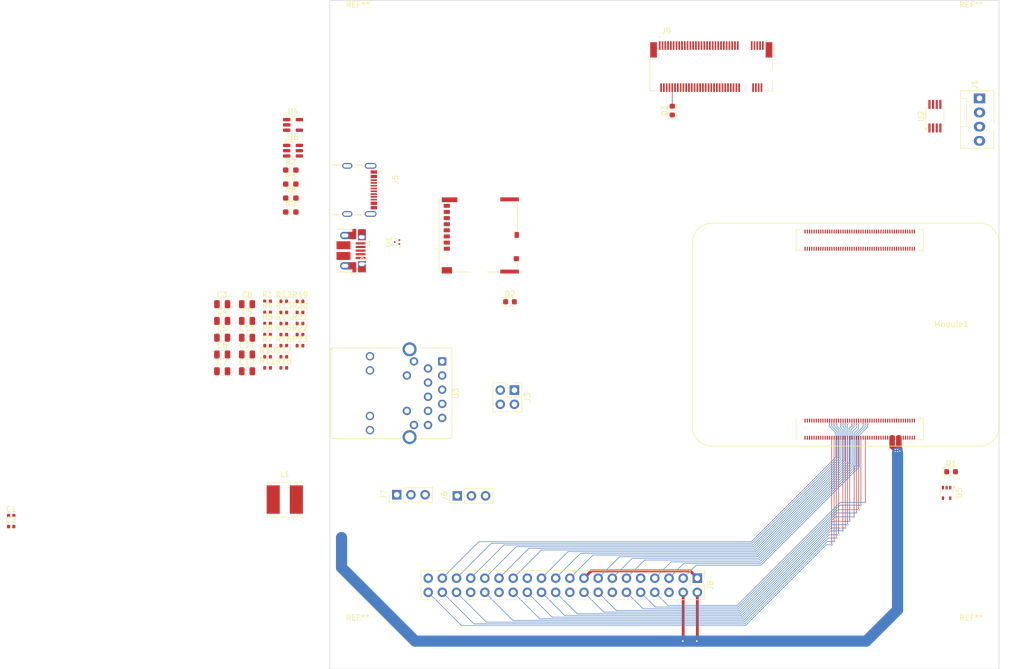
<source format=kicad_pcb>
(kicad_pcb (version 20240108) (generator "pcbnew") (generator_version "8.0")
  (title_block (title "V1 - CM4 Board") (date "2024-11-07") (rev "V0.1") (company "Rapid Analysis") (comment 1 "Author: Asad Imran"))
  (layers (0 "F.Cu" signal) (31 "B.Cu" signal) (34 "B.Paste" user) (35 "F.Paste" user) (36 "B.SilkS" user "B.Silkscreen") (37 "F.SilkS" user "F.Silkscreen") (38 "B.Mask" user) (39 "F.Mask" user) (44 "Edge.Cuts" user))
  (net 0 "")
  (net 1 "GND")
  (net 2 "/RUN_PG")
  (net 3 "/CM4_3V3")
  (net 4 "/SD_DAT1")
  (net 5 "/SD_CLK")
  (net 6 "/SD_DAT0")
  (net 7 "/SD_DAT2")
  (net 8 "/SD_CMD")
  (net 9 "/SD_DAT3")
  (net 10 "/SD_PWR")
  (net 11 "Net-(D1-K)")
  (net 12 "Net-(D2-K)")
  (net 13 "Net-(C2-Pad1)")
  (net 14 "Net-(C4-Pad1)")
  (net 15 "/AnalogIP1")
  (net 16 "/AnalogIP0")
  (net 17 "Net-(U6-SW)")
  (net 18 "/Global_EN")
  (net 19 "/CM4_5V")
  (net 20 "/USB2_P")
  (net 21 "/BT_nDisable")
  (net 22 "/USB_OTG_ID")
  (net 23 "/GPIO19")
  (net 24 "/GPIO11")
  (net 25 "/GPIO7")
  (net 26 "/GPIO15")
  (net 27 "/GPIO26")
  (net 28 "/GPIO14")
  (net 29 "/nRPIBOOT")
  (net 30 "/GPIO18")
  (net 31 "/nPI_LED_PWR")
  (net 32 "/GPIO17")
  (net 33 "/GPIO16")
  (net 34 "/GPIO22")
  (net 35 "/GPIO24")
  (net 36 "/USB2_N")
  (net 37 "/WiFi_nDisable")
  (net 38 "/GPIO23")
  (net 39 "/GPIO9")
  (net 40 "/GPIO10")
  (net 41 "/GPIO8")
  (net 42 "/EEPROM_nWP")
  (net 43 "/GPIO12")
  (net 44 "/ID_SD")
  (net 45 "/ID_SC")
  (net 46 "/GPIO27")
  (net 47 "/GPIO13")
  (net 48 "/GPIO20")
  (net 49 "/GPIO4")
  (net 50 "/GPIO6")
  (net 51 "/GPIO25")
  (net 52 "/GPIO5")
  (net 53 "/GPIO21")
  (net 54 "/GPIO2")
  (net 55 "/SD_PWR_ON")
  (net 56 "/Reserved")
  (net 57 "/GPIO3")
  (net 58 "/SCL0")
  (net 59 "/SD_VDD_Override")
  (net 60 "/SDA0")
  (net 61 "Net-(C5-Pad2)")
  (net 62 "/PWR_3V3")
  (net 63 "/LED1")
  (net 64 "Net-(J1-Pin_4)")
  (net 65 "Net-(J1-Pin_3)")
  (net 67 "Net-(J2-VBUS)")
  (net 68 "/TR0_TAP")
  (net 69 "/TR2_TAP")
  (net 70 "/TR3_TAP")
  (net 71 "/TR1_TAP")
  (net 72 "Net-(J4-DET_A)")
  (net 73 "/ETH_LEDG")
  (net 74 "/ETH_LEDY")
  (net 75 "Net-(J4-DET_B)")
  (net 76 "/TRD2_N")
  (net 77 "/TRD3_P")
  (net 78 "/TRD3_N")
  (net 79 "/TRD0_N")
  (net 80 "/TRD2_P")
  (net 81 "/TRD1_P")
  (net 82 "/TRD1_N")
  (net 86 "Net-(J5-CC2)")
  (net 87 "Net-(J5-CC1)")
  (net 91 "Net-(J7-Pin_1)")
  (net 110 "/TRD0_P")
  (net 160 "/PCIe_TX_P")
  (net 173 "/PCIe_RX_N")
  (net 177 "/PCIe_CLK_P")
  (net 180 "/PCIe_nRST")
  (net 194 "/PCIe_CLK_nREQ")
  (net 195 "/PCIe_CLK_N")
  (net 196 "/PCIe_RX_P")
  (net 199 "/PCIe_TX_N")
  (net 203 "/PI_nLED_Activity")
  (net 206 "Net-(U3-LEDG_K)")
  (net 207 "Net-(U3-LEDY_K)")
  (net 208 "Net-(R13-Pad2)")
  (net 209 "Net-(U6-BST)")
  (net 210 "Net-(U6-EN)")
  (net 211 "Net-(U6-FB)")
  (footprint "USB4105-GF-A:GCT_USB4105-GF-A" (layer "F.Cu") (at 93.1375 74.0225 -90)
    (property "Reference" "J5")
    (property "Value" "USB4105-GF-A")
  )
  (footprint "Resistor_SMD:R_0402_1005Metric" (layer "F.Cu") (at 84.655 99.99)
    (property "Reference" "R22")
    (property "Value" "20k")
  )
  (footprint "Package_TO_SOT_SMD:Texas_DRT-3" (layer "F.Cu") (at 102.05 83.375 90)
    (property "Reference" "U1")
    (property "Value" "TPD2EUSB30")
  )
  (footprint "Package_TO_SOT_SMD:SOT-353_SC-70-5" (layer "F.Cu") (at 200.6 128.4 -90)
    (property "Reference" "U5")
    (property "Value" "74LVC1G07SE-7")
  )
  (footprint "Resistor_SMD:R_0402_1005Metric" (layer "F.Cu") (at 84.655 98)
    (property "Reference" "R21")
    (property "Value" "100k")
  )
  (footprint "Capacitor_SMD:C_0805_2012Metric" (layer "F.Cu") (at 70.705 94.53)
    (property "Reference" "C3")
    (property "Value" "10u")
  )
  (footprint "Resistor_SMD:R_0402_1005Metric" (layer "F.Cu") (at 78.835 96.01)
    (property "Reference" "R4")
    (property "Value" "470R")
  )
  (footprint "Resistor_SMD:R_0402_1005Metric" (layer "F.Cu") (at 78.835 99.99)
    (property "Reference" "R6")
    (property "Value" "NC")
  )
  (footprint "Capacitor_SMD:C_0805_2012Metric" (layer "F.Cu") (at 70.705 97.54)
    (property "Reference" "C4")
    (property "Value" "1u")
  )
  (footprint "Resistor_SMD:R_0402_1005Metric" (layer "F.Cu") (at 78.835 105.96)
    (property "Reference" "R11")
    (property "Value" "NC")
  )
  (footprint "Resistor_SMD:R_0402_1005Metric" (layer "F.Cu") (at 84.655 94.02)
    (property "Reference" "R19")
    (property "Value" "10")
  )
  (footprint "Resistor_SMD:R_0603_1608Metric_Pad0.98x0.95mm_HandSolder" (layer "F.Cu") (at 83.005 70.47)
    (property "Reference" "R2")
    (property "Value" "2.2K 1%")
  )
  (footprint "Package_TO_SOT_SMD:SOT-23-5" (layer "F.Cu") (at 83.405 62.365)
    (property "Reference" "U4")
    (property "Value" "RT9742GGJ5")
  )
  (footprint "Capacitor_SMD:C_0805_2012Metric" (layer "F.Cu") (at 70.705 106.57)
    (property "Reference" "C7")
    (property "Value" "0.1u")
  )
  (footprint "Resistor_SMD:R_0402_1005Metric" (layer "F.Cu") (at 78.835 101.98)
    (property "Reference" "R7")
    (property "Value" "NC")
  )
  (footprint "LED_SMD:LED_0603_1608Metric" (layer "F.Cu") (at 151.4 59.8 90)
    (property "Reference" "D3")
    (property "Value" "LED Red")
  )
  (footprint "Package_SO:MSOP-8_3x3mm_P0.65mm" (layer "F.Cu") (at 198.5 60.8 90)
    (property "Reference" "U2")
    (property "Value" "EMC2301-1-ACZL-TR")
  )
  (footprint "Resistor_SMD:R_0402_1005Metric" (layer "F.Cu") (at 81.745 101.98)
    (property "Reference" "R16")
    (property "Value" "NC")
  )
  (footprint "CM4IO:SDCARD_MOLEX_503398-1892" (layer "F.Cu") (at 116.6 82.2 90)
    (property "Reference" "J4")
    (property "Value" "Micro_SD_Card_Det")
  )
  (footprint "Capacitor_SMD:C_0805_2012Metric" (layer "F.Cu") (at 75.155 94.53)
    (property "Reference" "C8")
    (property "Value" "1u")
  )
  (footprint "Connector_PinHeader_2.54mm:PinHeader_1x03_P2.54mm_Vertical" (layer "F.Cu") (at 102.005 128.725 90)
    (property "Reference" "J7")
    (property "Value" "Conn_01x03")
  )
  (footprint "Connector_PinHeader_2.54mm:PinHeader_2x20_P2.54mm_Vertical" (layer "F.Cu") (at 155.9 143.7 -90)
    (property "Reference" "J8")
    (property "Value" "THD-20-R")
  )
  (footprint "Resistor_SMD:R_0603_1608Metric_Pad0.98x0.95mm_HandSolder" (layer "F.Cu") (at 83.005 75.49)
    (property "Reference" "R8")
    (property "Value" "5.1k")
  )
  (footprint "Resistor_SMD:R_0603_1608Metric_Pad0.98x0.95mm_HandSolder" (layer "F.Cu") (at 83.005 78)
    (property "Reference" "R9")
    (property "Value" "5.1k")
  )
  (footprint "Connector_PinHeader_2.54mm:PinHeader_1x03_P2.54mm_Vertical" (layer "F.Cu") (at 112.85 128.925 90)
    (property "Reference" "J6")
    (property "Value" "Conn_01x03")
  )
  (footprint "Resistor_SMD:R_0402_1005Metric" (layer "F.Cu") (at 84.655 96.01)
    (property "Reference" "R20")
    (property "Value" "40.2k")
  )
  (footprint "Capacitor_SMD:C_0402_1005Metric" (layer "F.Cu") (at 32.865 134.44)
    (property "Reference" "C2")
    (property "Value" "100n")
  )
  (footprint "MountingHole:MountingHole_3.2mm_M3" (layer "F.Cu") (at 95 155)
    (property "Reference" "REF**")
    (property "Value" "MountingHole_3.2mm_M3")
  )
  (footprint "LED_SMD:LED_0603_1608Metric" (layer "F.Cu") (at 122.3 94.1)
    (property "Reference" "D2")
    (property "Value" "LED Green")
  )
  (footprint "Resistor_SMD:R_0402_1005Metric" (layer "F.Cu") (at 81.745 96.01)
    (property "Reference" "R13")
    (property "Value" "1k")
  )
  (footprint "Resistor_SMD:R_0402_1005Metric" (layer "F.Cu") (at 84.655 101.98)
    (property "Reference" "R23")
    (property "Value" "13k")
  )
  (footprint "Resistor_SMD:R_0402_1005Metric" (layer "F.Cu") (at 78.835 103.97)
    (property "Reference" "R10")
    (property "Value" "12K 1%")
  )
  (footprint "Resistor_SMD:R_0402_1005Metric" (layer "F.Cu") (at 81.745 99.99)
    (property "Reference" "R15")
    (property "Value" "1k")
  )
  (footprint "Capacitor_SMD:C_0805_2012Metric" (layer "F.Cu") (at 75.155 100.55)
    (property "Reference" "C10")
    (property "Value" "10u")
  )
  (footprint "Capacitor_SMD:C_0805_2012Metric" (layer "F.Cu") (at 75.155 106.57)
    (property "Reference" "C12")
    (property "Value" "10u")
  )
  (footprint "Resistor_SMD:R_0402_1005Metric" (layer "F.Cu") (at 78.835 94.02)
    (property "Reference" "R1")
    (property "Value" "36K 1%")
  )
  (footprint "Capacitor_SMD:C_0805_2012Metric" (layer "F.Cu") (at 75.155 103.56)
    (property "Reference" "C11")
    (property "Value" "0.1u")
  )
  (footprint "Connector_PinHeader_2.54mm:PinHeader_2x02_P2.54mm_Vertical" (layer "F.Cu") (at 123.1 109.96 -90)
    (property "Reference" "J3")
    (property "Value" "THD-02-R")
  )
  (footprint "Resistor_SMD:R_0402_1005Metric" (layer "F.Cu") (at 78.835 98)
    (property "Reference" "R5")
    (property "Value" "470R")
  )
  (footprint "CM4IO:USB_Micro-B_EDAC_UCON00686" (layer "F.Cu") (at 92.7 84.925 -90)
    (property "Reference" "J2")
    (property "Value" "USB_OTG")
  )
  (footprint "Capacitor_SMD:C_0805_2012Metric" (layer "F.Cu") (at 70.705 100.55)
    (property "Reference" "C5")
    (property "Value" "13p")
  )
  (footprint "Resistor_SMD:R_0402_1005Metric" (layer "F.Cu") (at 81.745 103.97)
    (property "Reference" "R17")
    (property "Value" "NC")
  )
  (footprint "LED_SMD:LED_0603_1608Metric" (layer "F.Cu") (at 201.4 124.6)
    (property "Reference" "D1")
    (property "Value" "LED Red")
  )
  (footprint "Resistor_SMD:R_0603_1608Metric_Pad0.98x0.95mm_HandSolder" (layer "F.Cu") (at 83.005 72.98)
    (property "Reference" "R3")
    (property "Value" "2.2K 1%")
  )
  (footprint "Inductor_SMD:L_Bourns_SRN6045TA" (layer "F.Cu") (at 81.925 129.6)
    (property "Reference" "L1")
    (property "Value" "SRN6045TA-4R7Y")
  )
  (footprint "CM4IO:Raspberry-Pi-4-Compute-Module" (layer "F.Cu") (at 210 120 90)
    (property "Reference" "Module1")
    (property "Value" "ComputeModule4-CM4")
  )
  (footprint "MountingHole:MountingHole_3.2mm_M3" (layer "F.Cu") (at 205 155)
    (property "Reference" "REF**")
    (property "Value" "MountingHole_3.2mm_M3")
  )
  (footprint "CM4IO:TRJG0926HENL" (layer "F.Cu") (at 101.26 110.51 -90)
    (property "Reference" "U3")
    (property "Value" "MagJack-A70-112-331N126")
  )
  (footprint "Package_TO_SOT_SMD:TSOT-23-6" (layer "F.Cu") (at 83.405 66.99)
    (property "Reference" "U6")
    (property "Value" "MP1470")
  )
  (footprint "Capacitor_SMD:C_0805_2012Metric" (layer "F.Cu") (at 75.155 97.54)
    (property "Reference" "C9")
    (property "Value" "10p")
  )
  (footprint "Resistor_SMD:R_0402_1005Metric" (layer "F.Cu") (at 81.745 105.96)
    (property "Reference" "R18")
    (property "Value" "NC")
  )
  (footprint "Capacitor_SMD:C_0402_1005Metric" (layer "F.Cu") (at 32.865 132.47)
    (property "Reference" "C1")
    (property "Value" "100n")
  )
  (footprint "Capacitor_SMD:C_0805_2012Metric" (layer "F.Cu") (at 70.705 103.56)
    (property "Reference" "C6")
    (property "Value" "10u")
  )
  (footprint "Resistor_SMD:R_0402_1005Metric" (layer "F.Cu") (at 81.745 98)
    (property "Reference" "R14")
    (property "Value" "NC")
  )
  (footprint "Resistor_SMD:R_0402_1005Metric" (layer "F.Cu") (at 81.745 94.02)
    (property "Reference" "R12")
    (property "Value" "1k")
  )
  (footprint "MountingHole:MountingHole_3.2mm_M3" (layer "F.Cu") (at 205 45)
    (property "Reference" "REF**")
    (property "Value" "MountingHole_3.2mm_M3")
  )
  (footprint "MDT320M03001:AMPHENOL_MDT320M03001" (layer "F.Cu") (at 158.4 53.4)
    (property "Reference" "J9")
    (property "Value" "MDT320M03001")
  )
  (footprint "Connector:FanPinHeader_1x04_P2.54mm_Vertical" (layer "F.Cu") (at 206.5 57.6 -90)
    (property "Reference" "J1")
    (property "Value" "Molex 470531000")
  )
  (footprint "MountingHole:MountingHole_3.2mm_M3" (layer "F.Cu") (at 95 45)
    (property "Reference" "REF**")
    (property "Value" "MountingHole_3.2mm_M3")
  )
  (gr_rect (start 90 40) (end 210 160) (stroke (width 0.1)) (fill none) (layer "Edge.Cuts"))
  (segment (start 136.88 142.4) (end 135.58 143.7) (width 0.5) (layer "F.Cu") (net 3))
  (segment (start 155.9 143.7) (end 154.6 142.4) (width 0.5) (layer "F.Cu") (net 3))
  (segment (start 154.6 142.4) (end 136.88 142.4) (width 0.5) (layer "F.Cu") (net 3))
  (segment (start 192.025126 120.425126) (end 192.025126 118.5) (width 1) (layer "F.Cu") (net 19))
  (segment (start 153.36 154.94) (end 153.3 155) (width 0.5) (layer "F.Cu") (net 19))
  (segment (start 191.4 120.6) (end 191.4 121) (width 1) (layer "F.Cu") (net 19))
  (segment (start 191.8 121) (end 191.8 121) (width 1) (layer "F.Cu") (net 19))
  (segment (start 155.9 146.24) (end 155.9 154.9) (width 0.5) (layer "F.Cu") (net 19))
  (segment (start 190.825126 118.5) (end 190.825126 120.025126) (width 1) (layer "F.Cu") (net 19))
  (segment (start 192.025126 120.774874) (end 192.2 120.6) (width 1) (layer "F.Cu") (net 19))
  (segment (start 153.36 146.24) (end 153.36 154.94) (width 0.5) (layer "F.Cu") (net 19))
  (segment (start 192.2 120.6) (end 191.8 120.6) (width 1) (layer "F.Cu") (net 19))
  (segment (start 191.8 121) (end 191.8 121) (width 1) (layer "F.Cu") (net 19))
  (segment (start 191.8 120.6) (end 191.8 121) (width 1) (layer "F.Cu") (net 19))
  (segment (start 191.4 121) (end 191.8 121) (width 1) (layer "F.Cu") (net 19))
  (segment (start 155.9 154.9) (end 155.8 155) (width 0.5) (layer "F.Cu") (net 19))
  (segment (start 192.2 120.9) (end 192.025126 120.774874) (width 1) (layer "F.Cu") (net 19))
  (segment (start 190.825126 120.025126) (end 191.4 120.6) (width 1) (layer "F.Cu") (net 19))
  (segment (start 192.2 120.6) (end 192.025126 120.425126) (width 1) (layer "F.Cu") (net 19))
  (via (at 191.8 120.6) (size 0.3) (drill 0.2) (layers "F.Cu" "B.Cu") (net 19))
  (via (at 155.8 155) (size 0.5) (drill 0.3) (layers "F.Cu" "B.Cu") (net 19))
  (via (at 153.3 155) (size 0.5) (drill 0.3) (layers "F.Cu" "B.Cu") (net 19))
  (via (at 191.4 120.6) (size 0.3) (drill 0.2) (layers "F.Cu" "B.Cu") (net 19))
  (via (at 191.4 121) (size 0.3) (drill 0.2) (layers "F.Cu" "B.Cu") (net 19))
  (via (at 191.8 121) (size 0.3) (drill 0.2) (layers "F.Cu" "B.Cu") (net 19))
  (via (at 192.2 120.9) (size 0.3) (drill 0.2) (layers "F.Cu" "B.Cu") (net 19))
  (segment (start 186.2 155) (end 155.8 155) (width 2) (layer "B.Cu") (net 19))
  (segment (start 155.8 155) (end 153.3 155) (width 2) (layer "B.Cu") (net 19))
  (segment (start 92.1 141.8) (end 92.1 136.4) (width 2) (layer "B.Cu") (net 19))
  (segment (start 153.3 155) (end 105.3 155) (width 2) (layer "B.Cu") (net 19))
  (segment (start 191.8 121.2) (end 191.8 149.4) (width 2) (layer "B.Cu") (net 19))
  (segment (start 191.8 149.4) (end 186.2 155) (width 2) (layer "B.Cu") (net 19))
  (segment (start 105.3 155) (end 92.1 141.8) (width 2) (layer "B.Cu") (net 19))
  (segment (start 180.025126 115.994998) (end 180 116.020124) (width 0.1) (layer "F.Cu") (net 23))
  (segment (start 180.025126 115.42) (end 180.025126 115.994998) (width 0.1) (layer "F.Cu") (net 23))
  (via (at 180 116.020124) (size 0.3) (drill 0.2) (layers "F.Cu" "B.Cu") (net 23))
  (segment (start 181.028591 122.125825) (end 165.715812 137.438604) (width 0.1) (layer "B.Cu") (net 23))
  (segment (start 180 116.459065) (end 181.028591 117.487656) (width 0.1) (layer "B.Cu") (net 23))
  (segment (start 118.981396 137.438604) (end 112.72 143.7) (width 0.1) (layer "B.Cu") (net 23))
  (segment (start 180 116.020124) (end 180 116.459065) (width 0.1) (layer "B.Cu") (net 23))
  (segment (start 181.028591 117.487656) (end 181.028591 122.125825) (width 0.1) (layer "B.Cu") (net 23))
  (segment (start 165.715812 137.438604) (end 118.981396 137.438604) (width 0.1) (layer "B.Cu") (net 23))
  (segment (start 182.425126 115.42) (end 182.425126 116.251383) (width 0.1) (layer "F.Cu") (net 24))
  (segment (start 182.425126 116.251383) (end 182.428591 116.254848) (width 0.1) (layer "F.Cu") (net 24))
  (via (at 182.428591 116.254848) (size 0.3) (drill 0.2) (layers "F.Cu" "B.Cu") (net 24))
  (segment (start 127.96 143.7) (end 132.721396 138.938604) (width 0.1) (layer "B.Cu") (net 24))
  (segment (start 182.528591 122.747145) (end 182.528591 116.354848) (width 0.1) (layer "B.Cu") (net 24))
  (segment (start 182.528591 116.354848) (end 182.428591 116.254848) (width 0.1) (layer "B.Cu") (net 24))
  (segment (start 132.721396 138.938604) (end 166.337132 138.938604) (width 0.1) (layer "B.Cu") (net 24))
  (segment (start 166.337132 138.938604) (end 182.528591 122.747145) (width 0.1) (layer "B.Cu") (net 24))
  (segment (start 182.4 134.7) (end 182.425126 134.674874) (width 0.1) (layer "F.Cu") (net 25))
  (segment (start 182.425126 134.674874) (end 182.425126 118.5) (width 0.1) (layer "F.Cu") (net 25))
  (via (at 182.4 134.7) (size 0.3) (drill 0.2) (layers "F.Cu" "B.Cu") (net 25))
  (segment (start 129.88 150.7) (end 163.902944 150.7) (width 0.1) (layer "B.Cu") (net 25))
  (segment (start 163.902944 150.7) (end 179.902944 134.7) (width 0.1) (layer "B.Cu") (net 25))
  (segment (start 179.902944 134.7) (end 182.4 134.7) (width 0.1) (layer "B.Cu") (net 25))
  (segment (start 125.42 146.24) (end 129.88 150.7) (width 0.1) (layer "B.Cu") (net 25))
  (segment (start 185.225126 130.574874) (end 185.225126 118.5) (width 0.1) (layer "F.Cu") (net 26))
  (segment (start 185.2 130.6) (end 185.225126 130.574874) (width 0.1) (layer "F.Cu") (net 26))
  (via (at 185.2 130.6) (size 0.3) (drill 0.2) (layers "F.Cu" "B.Cu") (net 26))
  (segment (start 145.74 146.24) (end 148.4 148.9) (width 0.1) (layer "B.Cu") (net 26))
  (segment (start 181.45736 130.6) (end 185.2 130.6) (width 0.1) (layer "B.Cu") (net 26))
  (segment (start 148.4 148.9) (end 163.15736 148.9) (width 0.1) (layer "B.Cu") (net 26))
  (segment (start 163.15736 148.9) (end 181.45736 130.6) (width 0.1) (layer "B.Cu") (net 26))
  (segment (start 179.6 115.445126) (end 179.6 116.4) (width 0.1) (layer "F.Cu") (net 27))
  (segment (start 179.625126 115.42) (end 179.6 115.445126) (width 0.1) (layer "F.Cu") (net 27))
  (via (at 179.6 116.4) (size 0.3) (drill 0.2) (layers "F.Cu" "B.Cu") (net 27))
  (segment (start 110.18 143.7) (end 116.741396 137.138604) (width 0.1) (layer "B.Cu") (net 27))
  (segment (start 116.741396 137.138604) (end 165.591548 137.138604) (width 0.1) (layer "B.Cu") (net 27))
  (segment (start 179.6 116.483329) (end 179.6 116.4) (width 0.1) (layer "B.Cu") (net 27))
  (segment (start 180.728591 122.001561) (end 180.728591 117.61192) (width 0.1) (layer "B.Cu") (net 27))
  (segment (start 165.591548 137.138604) (end 180.728591 122.001561) (width 0.1) (layer "B.Cu") (net 27))
  (segment (start 180.728591 117.61192) (end 179.6 116.483329) (width 0.1) (layer "B.Cu") (net 27))
  (segment (start 186 130.1) (end 186.025126 130.074874) (width 0.1) (layer "F.Cu") (net 28))
  (segment (start 186.025126 130.074874) (end 186.025126 118.5) (width 0.1) (layer "F.Cu") (net 28))
  (via (at 186 130.1) (size 0.3) (drill 0.2) (layers "F.Cu" "B.Cu") (net 28))
  (segment (start 150.64 148.6) (end 163.033096 148.6) (width 0.1) (layer "B.Cu") (net 28))
  (segment (start 163.033096 148.6) (end 181.533096 130.1) (width 0.1) (layer "B.Cu") (net 28))
  (segment (start 148.28 146.24) (end 150.64 148.6) (width 0.1) (layer "B.Cu") (net 28))
  (segment (start 181.533096 130.1) (end 186 130.1) (width 0.1) (layer "B.Cu") (net 28))
  (segment (start 184.8 129.734314) (end 184.8 131.374874) (width 0.1) (layer "F.Cu") (net 30))
  (segment (start 184.825126 118.5) (end 184.825126 129.709188) (width 0.1) (layer "F.Cu") (net 30))
  (segment (start 184.8 131.374874) (end 184.825126 131.4) (width 0.1) (layer "F.Cu") (net 30))
  (segment (start 184.825126 129.709188) (end 184.8 129.734314) (width 0.1) (layer "F.Cu") (net 30))
  (via (at 184.825126 131.4) (size 0.3) (drill 0.2) (layers "F.Cu" "B.Cu") (net 30))
  (segment (start 181.081624 131.4) (end 184.825126 131.4) (width 0.1) (layer "B.Cu") (net 30))
  (segment (start 146.16 149.2) (end 163.281624 149.2) (width 0.1) (layer "B.Cu") (net 30))
  (segment (start 143.2 146.24) (end 146.16 149.2) (width 0.1) (layer "B.Cu") (net 30))
  (segment (start 163.281624 149.2) (end 181.081624 131.4) (width 0.1) (layer "B.Cu") (net 30))
  (segment (start 184.825126 115.950278) (end 184.825127 115.950279) (width 0.1) (layer "F.Cu") (net 32))
  (segment (start 184.825126 115.42) (end 184.825126 115.950278) (width 0.1) (layer "F.Cu") (net 32))
  (via (at 184.825127 115.950279) (size 0.3) (drill 0.2) (layers "F.Cu" "B.Cu") (net 32))
  (segment (start 184.827867 116.900724) (end 184.827867 115.953019) (width 0.1) (layer "B.Cu") (net 32))
  (segment (start 166.958452 140.438604) (end 184.028591 123.368465) (width 0.1) (layer "B.Cu") (net 32))
  (segment (start 146.461396 140.438604) (end 166.958452 140.438604) (width 0.1) (layer "B.Cu") (net 32))
  (segment (start 184.827867 115.953019) (end 184.825127 115.950279) (width 0.1) (layer "B.Cu") (net 32))
  (segment (start 184.028591 123.368465) (end 184.028591 117.7) (width 0.1) (layer "B.Cu") (net 32))
  (segment (start 143.2 143.7) (end 146.461396 140.438604) (width 0.1) (layer "B.Cu") (net 32))
  (segment (start 184.028591 117.7) (end 184.827867 116.900724) (width 0.1) (layer "B.Cu") (net 32))
  (segment (start 180.825126 136.5) (end 180.8 136.474874) (width 0.1) (layer "F.Cu") (net 33))
  (segment (start 180.825126 129.909188) (end 180.825126 118.5) (width 0.1) (layer "F.Cu") (net 33))
  (segment (start 180.8 129.934314) (end 180.825126 129.909188) (width 0.1) (layer "F.Cu") (net 33))
  (segment (start 180.8 136.474874) (end 180.8 129.934314) (width 0.1) (layer "F.Cu") (net 33))
  (via (at 180.825126 136.5) (size 0.3) (drill 0.2) (layers "F.Cu" "B.Cu") (net 33))
  (segment (start 118.08 151.6) (end 112.72 146.24) (width 0.1) (layer "B.Cu") (net 33))
  (segment (start 164.275736 151.6) (end 118.08 151.6) (width 0.1) (layer "B.Cu") (net 33))
  (segment (start 180.825126 136.5) (end 179.375736 136.5) (width 0.1) (layer "B.Cu") (net 33))
  (segment (start 179.375736 136.5) (end 164.275736 151.6) (width 0.1) (layer "B.Cu") (net 33))
  (segment (start 184.025126 115.42) (end 184.025126 116.003942) (width 0.1) (layer "F.Cu") (net 34))
  (via (at 184.025126 116.003942) (size 0.3) (drill 0.2) (layers "F.Cu" "B.Cu") (net 34))
  (segment (start 166.709924 139.838604) (end 183.428591 123.119937) (width 0.1) (layer "B.Cu") (net 34))
  (segment (start 138.12 143.7) (end 141.981396 139.838604) (width 0.1) (layer "B.Cu") (net 34))
  (segment (start 184.025126 116.506271) (end 184.025126 116.003942) (width 0.1) (layer "B.Cu") (net 34))
  (segment (start 183.428591 117.102806) (end 184.025126 116.506271) (width 0.1) (layer "B.Cu") (net 34))
  (segment (start 141.981396 139.838604) (end 166.709924 139.838604) (width 0.1) (layer "B.Cu") (net 34))
  (segment (start 183.428591 123.119937) (end 183.428591 117.102806) (width 0.1) (layer "B.Cu") (net 34))
  (segment (start 184.025126 129.325126) (end 184.025126 118.5) (width 0.1) (layer "F.Cu") (net 35))
  (segment (start 184 129.350252) (end 184.025126 129.325126) (width 0.1) (layer "F.Cu") (net 35))
  (segment (start 184 132.7) (end 184 129.350252) (width 0.1) (layer "F.Cu") (net 35))
  (via (at 184 132.7) (size 0.3) (drill 0.2) (layers "F.Cu" "B.Cu") (net 35))
  (segment (start 139.14 149.8) (end 163.530152 149.8) (width 0.1) (layer "B.Cu") (net 35))
  (segment (start 180.630152 132.7) (end 184 132.7) (width 0.1) (layer "B.Cu") (net 35))
  (segment (start 163.530152 149.8) (end 180.630152 132.7) (width 0.1) (layer "B.Cu") (net 35))
  (segment (start 135.58 146.24) (end 139.14 149.8) (width 0.1) (layer "B.Cu") (net 35))
  (segment (start 184.4 132) (end 184.425126 131.974874) (width 0.1) (layer "F.Cu") (net 38))
  (segment (start 184.425126 131.974874) (end 184.425126 118.5) (width 0.1) (layer "F.Cu") (net 38))
  (via (at 184.4 132) (size 0.3) (drill 0.2) (layers "F.Cu" "B.Cu") (net 38))
  (segment (start 141.38 149.5) (end 163.405888 149.5) (width 0.1) (layer "B.Cu") (net 38))
  (segment (start 180.905888 132) (end 184.4 132) (width 0.1) (layer "B.Cu") (net 38))
  (segment (start 138.12 146.24) (end 141.38 149.5) (width 0.1) (layer "B.Cu") (net 38))
  (segment (start 163.405888 149.5) (end 180.905888 132) (width 0.1) (layer "B.Cu") (net 38))
  (segment (start 182.825126 115.42) (end 182.825126 115.950277) (width 0.1) (layer "F.Cu") (net 39))
  (segment (start 182.825126 115.950277) (end 182.825125 115.950278) (width 0.1) (layer "F.Cu") (net 39))
  (via (at 182.825125 115.950278) (size 0.3) (drill 0.2) (layers "F.Cu" "B.Cu") (net 39))
  (segment (start 182.828591 122.871409) (end 166.461396 139.238604) (width 0.1) (layer "B.Cu") (net 39))
  (segment (start 134.961396 139.238604) (end 130.5 143.7) (width 0.1) (layer "B.Cu") (net 39))
  (segment (start 182.825125 115.950278) (end 182.828591 115.953744) (width 0.1) (layer "B.Cu") (net 39))
  (segment (start 182.828591 115.953744) (end 182.828591 122.871409) (width 0.1) (layer "B.Cu") (net 39))
  (segment (start 166.461396 139.238604) (end 134.961396 139.238604) (width 0.1) (layer "B.Cu") (net 39))
  (segment (start 183.625126 115.42) (end 183.625126 116.340585) (width 0.1) (layer "F.Cu") (net 40))
  (via (at 183.625126 116.340585) (size 0.3) (drill 0.2) (layers "F.Cu" "B.Cu") (net 40))
  (segment (start 183.128591 122.995673) (end 183.128591 116.83712) (width 0.1) (layer "B.Cu") (net 40))
  (segment (start 166.58566 139.538604) (end 183.128591 122.995673) (width 0.1) (layer "B.Cu") (net 40))
  (segment (start 137.201396 139.538604) (end 166.58566 139.538604) (width 0.1) (layer "B.Cu") (net 40))
  (segment (start 183.128591 116.83712) (end 183.625126 116.340585) (width 0.1) (layer "B.Cu") (net 40))
  (segment (start 133.04 143.7) (end 137.201396 139.538604) (width 0.1) (layer "B.Cu") (net 40))
  (segment (start 182.825126 118.5) (end 182.825126 134.1) (width 0.1) (layer "F.Cu") (net 41))
  (via (at 182.825126 134.1) (size 0.3) (drill 0.2) (layers "F.Cu" "B.Cu") (net 41))
  (segment (start 127.96 146.24) (end 132.12 150.4) (width 0.1) (layer "B.Cu") (net 41))
  (segment (start 132.12 150.4) (end 163.77868 150.4) (width 0.1) (layer "B.Cu") (net 41))
  (segment (start 180.07868 134.1) (end 182.825126 134.1) (width 0.1) (layer "B.Cu") (net 41))
  (segment (start 163.77868 150.4) (end 180.07868 134.1) (width 0.1) (layer "B.Cu") (net 41))
  (segment (start 181.2 135.9) (end 181.225126 135.874874) (width 0.1) (layer "F.Cu") (net 43))
  (segment (start 181.225126 135.874874) (end 181.225126 118.5) (width 0.1) (layer "F.Cu") (net 43))
  (via (at 181.2 135.9) (size 0.3) (drill 0.2) (layers "F.Cu" "B.Cu") (net 43))
  (segment (start 117.8 146.24) (end 122.86 151.3) (width 0.1) (layer "B.Cu") (net 43))
  (segment (start 164.151472 151.3) (end 179.551472 135.9) (width 0.1) (layer "B.Cu") (net 43))
  (segment (start 179.551472 135.9) (end 181.2 135.9) (width 0.1) (layer "B.Cu") (net 43))
  (segment (start 122.86 151.3) (end 164.151472 151.3) (width 0.1) (layer "B.Cu") (net 43))
  (segment (start 182.025126 115.950278) (end 182.025125 115.950279) (width 0.1) (layer "F.Cu") (net 44))
  (segment (start 182.025126 115.42) (end 182.025126 115.950278) (width 0.1) (layer "F.Cu") (net 44))
  (via (at 182.025125 115.950279) (size 0.3) (drill 0.2) (layers "F.Cu" "B.Cu") (net 44))
  (segment (start 166.212868 138.638604) (end 127.941396 138.638604) (width 0.1) (layer "B.Cu") (net 44))
  (segment (start 182.025125 116.496534) (end 182.228591 116.7) (width 0.1) (layer "B.Cu") (net 44))
  (segment (start 182.025125 115.950279) (end 182.025125 116.496534) (width 0.1) (layer "B.Cu") (net 44))
  (segment (start 182.228591 116.7) (end 182.228591 122.622881) (width 0.1) (layer "B.Cu") (net 44))
  (segment (start 182.228591 122.622881) (end 166.212868 138.638604) (width 0.1) (layer "B.Cu") (net 44))
  (segment (start 127.941396 138.638604) (end 122.88 143.7) (width 0.1) (layer "B.Cu") (net 44))
  (segment (start 182 118.525126) (end 182.025126 118.5) (width 0.1) (layer "F.Cu") (net 45))
  (segment (start 182 135.2) (end 182 118.525126) (width 0.1) (layer "F.Cu") (net 45))
  (via (at 182 135.2) (size 0.3) (drill 0.2) (layers "F.Cu" "B.Cu") (net 45))
  (segment (start 127.64 151) (end 122.88 146.24) (width 0.1) (layer "B.Cu") (net 45))
  (segment (start 179.827208 135.2) (end 164.027208 151) (width 0.1) (layer "B.Cu") (net 45))
  (segment (start 164.027208 151) (end 127.64 151) (width 0.1) (layer "B.Cu") (net 45))
  (segment (start 182 135.2) (end 179.827208 135.2) (width 0.1) (layer "B.Cu") (net 45))
  (segment (start 184.425126 116.344003) (end 184.427867 116.346744) (width 0.1) (layer "F.Cu") (net 46))
  (segment (start 184.425126 115.42) (end 184.425126 116.344003) (width 0.1) (layer "F.Cu") (net 46))
  (via (at 184.427867 116.346744) (size 0.3) (drill 0.2) (layers "F.Cu" "B.Cu") (net 46))
  (segment (start 184.427867 116.700724) (end 183.728591 117.4) (width 0.1) (layer "B.Cu") (net 46))
  (segment (start 184.427867 116.346744) (end 184.427867 116.700724) (width 0.1) (layer "B.Cu") (net 46))
  (segment (start 144.221396 140.138604) (end 140.66 143.7) (width 0.1) (layer "B.Cu") (net 46))
  (segment (start 183.728591 123.244201) (end 166.834188 140.138604) (width 0.1) (layer "B.Cu") (net 46))
  (segment (start 166.834188 140.138604) (end 144.221396 140.138604) (width 0.1) (layer "B.Cu") (net 46))
  (segment (start 183.728591 117.4) (end 183.728591 123.244201) (width 0.1) (layer "B.Cu") (net 46))
  (segment (start 180.4 116.293379) (end 180.522648 116.416027) (width 0.1) (layer "F.Cu") (net 47))
  (segment (start 180.425126 115.42) (end 180.4 115.445126) (width 0.1) (layer "F.Cu") (net 47))
  (segment (start 180.425126 115.42) (end 180.383973 115.461153) (width 0.1) (layer "F.Cu") (net 47))
  (segment (start 180.4 115.445126) (end 180.4 116.293379) (width 0.1) (layer "F.Cu") (net 47))
  (via (at 180.522648 116.416027) (size 0.3) (drill 0.2) (layers "F.Cu" "B.Cu") (net 47))
  (segment (start 181.328591 117.248528) (end 180.522648 116.442585) (width 0.1) (layer "B.Cu") (net 47))
  (segment (start 165.840076 137.738604) (end 181.328591 122.250089) (width 0.1) (layer "B.Cu") (net 47))
  (segment (start 115.26 143.7) (end 121.221396 137.738604) (width 0.1) (layer "B.Cu") (net 47))
  (segment (start 181.328591 122.250089) (end 181.328591 117.248528) (width 0.1) (layer "B.Cu") (net 47))
  (segment (start 121.221396 137.738604) (end 165.840076 137.738604) (width 0.1) (layer "B.Cu") (net 47))
  (segment (start 180.522648 116.442585) (end 180.522648 116.416027) (width 0.1) (layer "B.Cu") (net 47))
  (segment (start 180.4 137.1) (end 180.425126 137.074874) (width 0.1) (layer "F.Cu") (net 48))
  (segment (start 180.425126 137.074874) (end 180.425126 118.5) (width 0.1) (layer "F.Cu") (net 48))
  (via (at 180.4 137.1) (size 0.3) (drill 0.2) (layers "F.Cu" "B.Cu") (net 48))
  (segment (start 180.4 137.1) (end 179.2 137.1) (width 0.1) (layer "B.Cu") (net 48))
  (segment (start 179.2 137.1) (end 164.4 151.9) (width 0.1) (layer "B.Cu") (net 48))
  (segment (start 115.84 151.9) (end 110.18 146.24) (width 0.1) (layer "B.Cu") (net 48))
  (segment (start 164.4 151.9) (end 115.84 151.9) (width 0.1) (layer "B.Cu") (net 48))
  (segment (start 185.625126 115.950277) (end 185.625125 115.950278) (width 0.1) (layer "F.Cu") (net 49))
  (segment (start 185.625126 115.42) (end 185.625126 115.950277) (width 0.1) (layer "F.Cu") (net 49))
  (via (at 185.625125 115.950278) (size 0.3) (drill 0.2) (layers "F.Cu" "B.Cu") (net 49))
  (segment (start 184.328591 123.492729) (end 167.04632 140.775) (width 0.1) (layer "B.Cu") (net 49))
  (segment (start 184.328591 117.824264) (end 184.328591 123.492729) (width 0.1) (layer "B.Cu") (net 49))
  (segment (start 167.04632 140.775) (end 151.205 140.775) (width 0.1) (layer "B.Cu") (net 49))
  (segment (start 185.625125 116.52773) (end 184.328591 117.824264) (width 0.1) (layer "B.Cu") (net 49))
  (segment (start 151.205 140.775) (end 148.28 143.7) (width 0.1) (layer "B.Cu") (net 49))
  (segment (start 185.625125 115.950278) (end 185.625125 116.52773) (width 0.1) (layer "B.Cu") (net 49))
  (segment (start 180.825126 115.974874) (end 180.8 116) (width 0.1) (layer "F.Cu") (net 50))
  (segment (start 180.825126 115.42) (end 180.825126 115.974874) (width 0.1) (layer "F.Cu") (net 50))
  (via (at 180.8 116) (size 0.3) (drill 0.2) (layers "F.Cu" "B.Cu") (net 50))
  (segment (start 165.96434 138.038604) (end 123.461396 138.038604) (width 0.1) (layer "B.Cu") (net 50))
  (segment (start 180.922648 116.122648) (end 180.922648 116.418321) (width 0.1) (layer "B.Cu") (net 50))
  (segment (start 181.628591 122.374353) (end 165.96434 138.038604) (width 0.1) (layer "B.Cu") (net 50))
  (segment (start 181.628591 117.124264) (end 181.628591 122.374353) (width 0.1) (layer "B.Cu") (net 50))
  (segment (start 180.8 116) (end 180.922648 116.122648) (width 0.1) (layer "B.Cu") (net 50))
  (segment (start 123.461396 138.038604) (end 117.8 143.7) (width 0.1) (layer "B.Cu") (net 50))
  (segment (start 180.922648 116.418321) (end 181.628591 117.124264) (width 0.1) (layer "B.Cu") (net 50))
  (segment (start 183.225126 133.5) (end 183.225126 118.5) (width 0.1) (layer "F.Cu") (net 51))
  (via (at 183.225126 133.5) (size 0.3) (drill 0.2) (layers "F.Cu" "B.Cu") (net 51))
  (segment (start 180.254416 133.5) (end 183.225126 133.5) (width 0.1) (layer "B.Cu") (net 51))
  (segment (start 163.654416 150.1) (end 180.254416 133.5) (width 0.1) (layer "B.Cu") (net 51))
  (segment (start 130.5 146.24) (end 134.36 150.1) (width 0.1) (layer "B.Cu") (net 51))
  (segment (start 134.36 150.1) (end 163.654416 150.1) (width 0.1) (layer "B.Cu") (net 51))
  (segment (start 181.625126 115.42) (end 181.625126 116.281556) (width 0.1) (layer "F.Cu") (net 52))
  (segment (start 181.625126 116.281556) (end 181.625125 116.281557) (width 0.1) (layer "F.Cu") (net 52))
  (via (at 181.625125 116.281557) (size 0.3) (drill 0.2) (layers "F.Cu" "B.Cu") (net 52))
  (segment (start 125.701396 138.338604) (end 166.088604 138.338604) (width 0.1) (layer "B.Cu") (net 52))
  (segment (start 181.928591 117) (end 181.625125 116.696534) (width 0.1) (layer "B.Cu") (net 52))
  (segment (start 166.088604 138.338604) (end 181.928591 122.498617) (width 0.1) (layer "B.Cu") (net 52))
  (segment (start 181.928591 122.498617) (end 181.928591 117) (width 0.1) (layer "B.Cu") (net 52))
  (segment (start 181.625125 116.696534) (end 181.625125 116.281557) (width 0.1) (layer "B.Cu") (net 52))
  (segment (start 120.34 143.7) (end 125.701396 138.338604) (width 0.1) (layer "B.Cu") (net 52))
  (segment (start 180 137.7) (end 180 118.525126) (width 0.1) (layer "F.Cu") (net 53))
  (segment (start 180 118.525126) (end 180.025126 118.5) (width 0.1) (layer "F.Cu") (net 53))
  (via (at 180 137.7) (size 0.3) (drill 0.2) (layers "F.Cu" "B.Cu") (net 53))
  (segment (start 179.024264 137.7) (end 164.524264 152.2) (width 0.1) (layer "B.Cu") (net 53))
  (segment (start 164.524264 152.2) (end 113.6 152.2) (width 0.1) (layer "B.Cu") (net 53))
  (segment (start 180 137.7) (end 179.024264 137.7) (width 0.1) (layer "B.Cu") (net 53))
  (segment (start 113.6 152.2) (end 107.64 146.24) (width 0.1) (layer "B.Cu") (net 53))
  (segment (start 186.425126 115.950278) (end 186.425127 115.950279) (width 0.1) (layer "F.Cu") (net 54))
  (segment (start 186.425126 115.42) (end 186.425126 115.950278) (width 0.1) (layer "F.Cu") (net 54))
  (via (at 186.425127 115.950279) (size 0.3) (drill 0.2) (layers "F.Cu" "B.Cu") (net 54))
  (segment (start 184.928591 123.741257) (end 167.294848 141.375) (width 0.1) (layer "B.Cu") (net 54))
  (segment (start 186.425127 115.950279) (end 186.425127 116.576256) (width 0.1) (layer "B.Cu") (net 54))
  (segment (start 155.685 141.375) (end 153.36 143.7) (width 0.1) (layer "B.Cu") (net 54))
  (segment (start 184.928591 118.072792) (end 184.928591 123.741257) (width 0.1) (layer "B.Cu") (net 54))
  (segment (start 167.294848 141.375) (end 155.685 141.375) (width 0.1) (layer "B.Cu") (net 54))
  (segment (start 186.425127 116.576256) (end 184.928591 118.072792) (width 0.1) (layer "B.Cu") (net 54))
  (segment (start 186.025126 116.299999) (end 186.025127 116.3) (width 0.1) (layer "F.Cu") (net 57))
  (segment (start 186.025126 115.42) (end 186.025126 116.299999) (width 0.1) (layer "F.Cu") (net 57))
  (via (at 186.025127 116.3) (size 0.3) (drill 0.2) (layers "F.Cu" "B.Cu") (net 57))
  (segment (start 153.445 141.075) (end 167.170584 141.075) (width 0.1) (layer "B.Cu") (net 57))
  (segment (start 186.025127 116.551992) (end 186.025127 116.3) (width 0.1) (layer "B.Cu") (net 57))
  (segment (start 150.82 143.7) (end 153.445 141.075) (width 0.1) (layer "B.Cu") (net 57))
  (segment (start 184.628591 117.948528) (end 186.025127 116.551992) (width 0.1) (layer "B.Cu") (net 57))
  (segment (start 184.628591 123.616993) (end 184.628591 117.948528) (width 0.1) (layer "B.Cu") (net 57))
  (segment (start 167.170584 141.075) (end 184.628591 123.616993) (width 0.1) (layer "B.Cu") (net 57))
  (segment (start 151.4 55.675) (end 151.4 59.0125) (width 0.1) (layer "F.Cu") (net 63))
)
</source>
